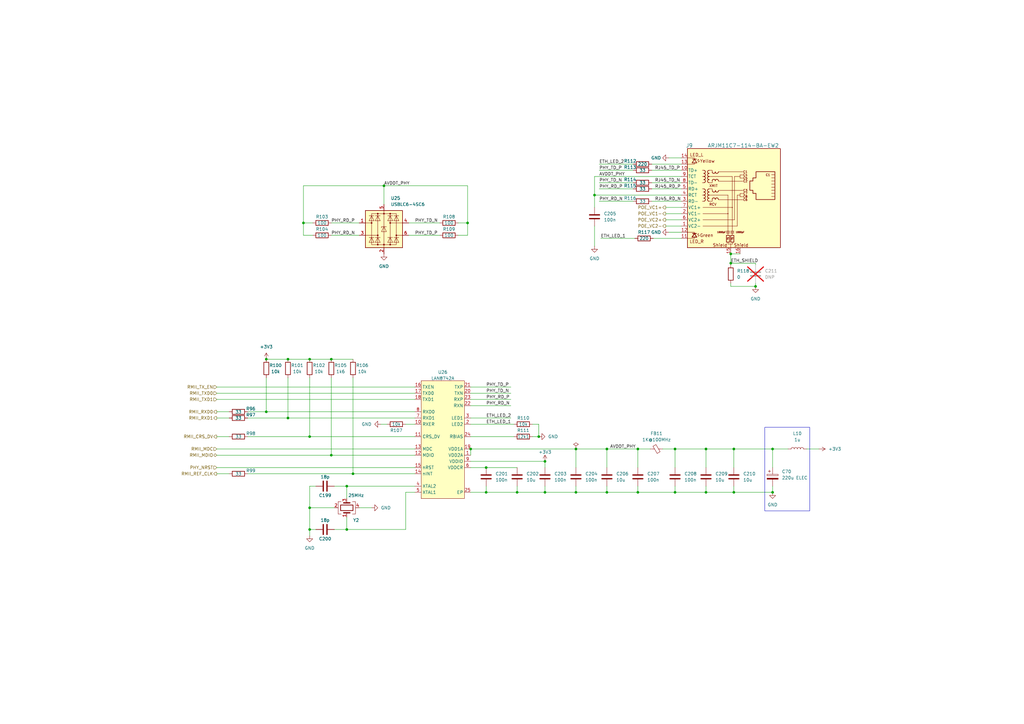
<source format=kicad_sch>
(kicad_sch (version 20230121) (generator eeschema)
  (paper "A3")
  (title_block (title "Ethernet") (date "2023-11-09") (rev "r0_3") (company "M-Labs Limited") (comment 1 "Linus Woo Chun Kit"))
  (lib_symbols
    (symbol "Device:C" (pin_numbers hide) (pin_names (offset 0.254))
      (property "Reference" "C" (at 0.635 2.54 0))
      (property "Value" "C" (at 0.635 -2.54 0))
      (symbol "C_0_1"
        (polyline (pts (xy -2.032 -0.762) (xy 2.032 -0.762)) (stroke (width 0.508)))
        (polyline (pts (xy -2.032 0.762) (xy 2.032 0.762)) (stroke (width 0.508)))
      )
      (symbol "C_1_1"
        (pin passive line (at 0 3.81 270) (length 2.794) (name "~") (number "1"))
        (pin passive line (at 0 -3.81 90) (length 2.794) (name "~") (number "2"))
      )
    )
    (symbol "Device:C_Polarized" (pin_numbers hide) (pin_names (offset 0.254))
      (property "Reference" "C" (at 0.635 2.54 0))
      (property "Value" "C_Polarized" (at 0.635 -2.54 0))
      (symbol "C_Polarized_0_1"
        (rectangle (start -2.286 0.508) (end 2.286 1.016))
        (polyline (pts (xy -1.778 2.286) (xy -0.762 2.286)))
        (polyline (pts (xy -1.27 2.794) (xy -1.27 1.778)))
        (rectangle (start 2.286 -0.508) (end -2.286 -1.016) (fill (type outline)))
      )
      (symbol "C_Polarized_1_1"
        (pin passive line (at 0 3.81 270) (length 2.794) (name "~") (number "1"))
        (pin passive line (at 0 -3.81 90) (length 2.794) (name "~") (number "2"))
      )
    )
    (symbol "Device:Crystal_GND24" (pin_names (offset 1.016) hide)
      (property "Reference" "Y" (at 3.175 5.08 0))
      (property "Value" "Crystal_GND24" (at 3.175 3.175 0))
      (symbol "Crystal_GND24_0_1"
        (rectangle (start -1.143 2.54) (end 1.143 -2.54) (stroke (width 0.3048)))
        (polyline (pts (xy -2.54 0) (xy -2.032 0)))
        (polyline (pts (xy -2.032 -1.27) (xy -2.032 1.27)) (stroke (width 0.508)))
        (polyline (pts (xy 0 -3.81) (xy 0 -3.556)))
        (polyline (pts (xy 0 3.556) (xy 0 3.81)))
        (polyline (pts (xy 2.032 -1.27) (xy 2.032 1.27)) (stroke (width 0.508)))
        (polyline (pts (xy 2.032 0) (xy 2.54 0)))
        (polyline (pts (xy -2.54 -2.286) (xy -2.54 -3.556) (xy 2.54 -3.556) (xy 2.54 -2.286)))
        (polyline (pts (xy -2.54 2.286) (xy -2.54 3.556) (xy 2.54 3.556) (xy 2.54 2.286)))
      )
      (symbol "Crystal_GND24_1_1"
        (pin passive line (at -3.81 0 0) (length 1.27) (name "1") (number "1"))
        (pin passive line (at 0 5.08 270) (length 1.27) (name "2") (number "2"))
        (pin passive line (at 3.81 0 180) (length 1.27) (name "3") (number "3"))
        (pin passive line (at 0 -5.08 90) (length 1.27) (name "4") (number "4"))
      )
    )
    (symbol "Device:FerriteBead_Small" (pin_numbers hide) (pin_names (offset 0))
      (property "Reference" "FB" (at 1.905 1.27 0))
      (property "Value" "FerriteBead_Small" (at 1.905 -1.27 0))
      (symbol "FerriteBead_Small_0_1"
        (polyline (pts (xy 0 -1.27) (xy 0 -0.7874)))
        (polyline (pts (xy 0 0.889) (xy 0 1.2954)))
        (polyline (pts (xy -1.8288 0.2794) (xy -1.1176 1.4986) (xy 1.8288 -0.2032) (xy 1.1176 -1.4224) (xy -1.8288 0.2794)))
      )
      (symbol "FerriteBead_Small_1_1"
        (pin passive line (at 0 2.54 270) (length 1.27) (name "~") (number "1"))
        (pin passive line (at 0 -2.54 90) (length 1.27) (name "~") (number "2"))
      )
    )
    (symbol "Device:L" (pin_numbers hide) (pin_names (offset 1.016) hide)
      (property "Reference" "L" (at -1.27 0 90))
      (property "Value" "L" (at 1.905 0 90))
      (symbol "L_0_1"
        (arc (start 0 -2.54) (mid 0.6323 -1.905) (end 0 -1.27))
        (arc (start 0 -1.27) (mid 0.6323 -0.635) (end 0 0))
        (arc (start 0 0) (mid 0.6323 0.635) (end 0 1.27))
        (arc (start 0 1.27) (mid 0.6323 1.905) (end 0 2.54))
      )
      (symbol "L_1_1"
        (pin passive line (at 0 3.81 270) (length 1.27) (name "1") (number "1"))
        (pin passive line (at 0 -3.81 90) (length 1.27) (name "2") (number "2"))
      )
    )
    (symbol "Device:R" (pin_numbers hide) (pin_names (offset 0))
      (property "Reference" "R" (at 2.032 0 90))
      (property "Value" "R" (at 0 0 90))
      (symbol "R_0_1"
        (rectangle (start -1.016 -2.54) (end 1.016 2.54) (stroke (width 0.254)))
      )
      (symbol "R_1_1"
        (pin passive line (at 0 3.81 270) (length 1.27) (name "~") (number "1"))
        (pin passive line (at 0 -3.81 90) (length 1.27) (name "~") (number "2"))
      )
    )
    (symbol "Power_Protection:USBLC6-4SC6" (pin_names hide)
      (property "Reference" "U" (at 2.54 8.89 0))
      (property "Value" "USBLC6-4SC6" (at 2.54 -8.89 0))
      (symbol "USBLC6-4SC6_0_1"
        (rectangle (start -7.62 -7.62) (end 7.62 7.62) (stroke (width 0.254)) (fill (type background)))
        (circle (center -5.08 2.54) (radius 0.254) (fill (type outline)))
        (circle (center -2.54 -6.35) (radius 0.254) (fill (type outline)))
        (circle (center -2.54 -2.54) (radius 0.254) (fill (type outline)))
        (circle (center -2.54 6.35) (radius 0.254) (fill (type outline)))
        (rectangle (start -2.54 6.35) (end 2.54 -6.35))
        (circle (center 0 -6.35) (radius 0.254) (fill (type outline)))
        (polyline (pts (xy -5.08 2.54) (xy -7.62 2.54)))
        (polyline (pts (xy -4.064 -3.429) (xy -6.096 -3.429)))
        (polyline (pts (xy -4.064 5.461) (xy -6.096 5.461)))
        (polyline (pts (xy -2.54 -2.54) (xy -7.62 -2.54)))
        (polyline (pts (xy -1.524 -3.429) (xy -3.556 -3.429)))
        (polyline (pts (xy -1.524 5.461) (xy -3.556 5.461)))
        (polyline (pts (xy 0 -7.62) (xy 0 -6.35)))
        (polyline (pts (xy 0 -6.35) (xy 0 1.27)))
        (polyline (pts (xy 0 1.27) (xy 0 6.35)))
        (polyline (pts (xy 0 6.35) (xy 0 7.62)))
        (polyline (pts (xy 1.524 -3.429) (xy 3.556 -3.429)))
        (polyline (pts (xy 1.524 5.461) (xy 3.556 5.461)))
        (polyline (pts (xy 2.54 2.54) (xy 7.62 2.54)))
        (polyline (pts (xy 4.064 -3.429) (xy 6.096 -3.429)))
        (polyline (pts (xy 4.064 5.461) (xy 6.096 5.461)))
        (polyline (pts (xy 5.08 -2.54) (xy 7.62 -2.54)))
        (polyline (pts (xy -6.096 -5.461) (xy -4.064 -5.461) (xy -5.08 -3.429) (xy -6.096 -5.461)))
        (polyline (pts (xy -6.096 3.429) (xy -4.064 3.429) (xy -5.08 5.461) (xy -6.096 3.429)))
        (polyline (pts (xy -3.556 -5.461) (xy -1.524 -5.461) (xy -2.54 -3.429) (xy -3.556 -5.461)))
        (polyline (pts (xy -3.556 3.429) (xy -1.524 3.429) (xy -2.54 5.461) (xy -3.556 3.429)))
        (polyline (pts (xy -2.54 6.35) (xy -5.08 6.35) (xy -5.08 -6.35) (xy -2.54 -6.35)))
        (polyline (pts (xy -1.016 -1.016) (xy 1.016 -1.016) (xy 0 1.016) (xy -1.016 -1.016)))
        (polyline (pts (xy 1.016 1.016) (xy 0.762 1.016) (xy -1.016 1.016) (xy -1.016 0.508)))
        (polyline (pts (xy 2.54 6.35) (xy 5.08 6.35) (xy 5.08 -6.35) (xy 2.54 -6.35)))
        (polyline (pts (xy 3.556 -5.461) (xy 1.524 -5.461) (xy 2.54 -3.429) (xy 3.556 -5.461)))
        (polyline (pts (xy 3.556 3.429) (xy 1.524 3.429) (xy 2.54 5.461) (xy 3.556 3.429)))
        (polyline (pts (xy 6.096 -5.461) (xy 4.064 -5.461) (xy 5.08 -3.429) (xy 6.096 -5.461)))
        (polyline (pts (xy 6.096 3.429) (xy 4.064 3.429) (xy 5.08 5.461) (xy 6.096 3.429)))
        (circle (center 0 6.35) (radius 0.254) (fill (type outline)))
        (circle (center 2.54 -6.35) (radius 0.254) (fill (type outline)))
        (circle (center 2.54 2.54) (radius 0.254) (fill (type outline)))
        (circle (center 2.54 6.35) (radius 0.254) (fill (type outline)))
        (circle (center 5.08 -2.54) (radius 0.254) (fill (type outline)))
      )
      (symbol "USBLC6-4SC6_1_1"
        (pin passive line (at -10.16 2.54 0) (length 2.54) (name "I/O1") (number "1"))
        (pin passive line (at 0 -10.16 90) (length 2.54) (name "GND") (number "2"))
        (pin passive line (at -10.16 -2.54 0) (length 2.54) (name "I/O2") (number "3"))
        (pin passive line (at 10.16 2.54 180) (length 2.54) (name "I/O3") (number "4"))
        (pin passive line (at 0 10.16 270) (length 2.54) (name "VBUS") (number "5"))
        (pin passive line (at 10.16 -2.54 180) (length 2.54) (name "I/O4") (number "6"))
      )
    )
    (symbol "kirdy:LAN8742A"
      (property "Reference" "U" (at 0 -30.48 0))
      (property "Value" "LAN8742A" (at 0 -27.94 0))
      (symbol "LAN8742A_0_0"
        (pin power_in line (at 10.16 -7.62 180) (length 2.54) (name "VDD2A") (number "1"))
        (pin bidirectional line (at -12.7 5.08 0) (length 2.54) (name "RXER") (number "10"))
        (pin output line (at -12.7 0 0) (length 2.54) (name "CRS_DV") (number "11"))
        (pin bidirectional line (at -12.7 -7.62 0) (length 2.54) (name "MDIO") (number "12"))
        (pin input line (at -12.7 -5.08 0) (length 2.54) (name "MDC") (number "13"))
        (pin output line (at -12.7 -15.24 0) (length 2.54) (name "nINT") (number "14"))
        (pin input line (at -12.7 -12.7 0) (length 2.54) (name "nRST") (number "15"))
        (pin input line (at -12.7 20.32 0) (length 2.54) (name "TXEN") (number "16"))
        (pin input line (at -12.7 17.78 0) (length 2.54) (name "TXD0") (number "17"))
        (pin input line (at -12.7 15.24 0) (length 2.54) (name "TXD1") (number "18"))
        (pin power_in line (at 10.16 -5.08 180) (length 2.54) (name "VDD1A") (number "19"))
        (pin output line (at 10.16 5.08 180) (length 2.54) (name "LED2") (number "2"))
        (pin bidirectional line (at 10.16 17.78 180) (length 2.54) (name "TXN") (number "20"))
        (pin bidirectional line (at 10.16 20.32 180) (length 2.54) (name "TXP") (number "21"))
        (pin bidirectional line (at 10.16 12.7 180) (length 2.54) (name "RXN") (number "22"))
        (pin bidirectional line (at 10.16 15.24 180) (length 2.54) (name "RXP") (number "23"))
        (pin passive line (at 10.16 0 180) (length 2.54) (name "RBIAS") (number "24"))
        (pin power_in line (at 10.16 -22.86 180) (length 2.54) (name "EP") (number "25"))
        (pin output line (at 10.16 7.62 180) (length 2.54) (name "LED1") (number "3"))
        (pin input line (at -12.7 -20.32 0) (length 2.54) (name "XTAL2") (number "4"))
        (pin input line (at -12.7 -22.86 0) (length 2.54) (name "XTAL1") (number "5"))
        (pin passive line (at 10.16 -12.7 180) (length 2.54) (name "VDDCR") (number "6"))
        (pin output line (at -12.7 7.62 0) (length 2.54) (name "RXD1") (number "7"))
        (pin output line (at -12.7 10.16 0) (length 2.54) (name "RXD0") (number "8"))
        (pin power_in line (at 10.16 -10.16 180) (length 2.54) (name "VDDIO") (number "9"))
      )
      (symbol "LAN8742A_0_1"
        (rectangle (start -10.16 22.86) (end 7.62 -25.4) (fill (type background)))
      )
    )
    (symbol "kirdy:RJ45_ARJM11C7-114-BA-EW2" (pin_names (offset 0.254))
      (property "Reference" "J" (at 1.27 1.27 0))
      (property "Value" "ARJM11C7-114-BA-EW2" (at 24.13 1.27 0))
      (property "MFR_PN" "ARJM11C7-114-BA-EW2" (at 0 0 0))
      (symbol "RJ45_ARJM11C7-114-BA-EW2_0_0"
        (polyline (pts (xy 17.272 -34.544) (xy 16.002 -34.544)) (stroke (width 0.254)))
        (polyline (pts (xy 17.272 -33.909) (xy 16.002 -33.909)) (stroke (width 0.254)))
        (polyline (pts (xy 19.05 -34.544) (xy 17.78 -34.544)) (stroke (width 0.254)))
        (polyline (pts (xy 19.05 -33.909) (xy 17.78 -33.909)) (stroke (width 0.254)))
        (polyline (pts (xy 0 -36.83) (xy 2.921 -36.83) (xy 2.921 -36.322)))
        (polyline (pts (xy 0 -6.35) (xy 2.921 -6.35) (xy 2.921 -5.842)))
        (polyline (pts (xy 2.921 -34.925) (xy 2.921 -34.29) (xy 0 -34.29)))
        (polyline (pts (xy 2.921 -4.445) (xy 2.921 -3.81) (xy 0 -3.81)))
        (polyline (pts (xy 16.637 -38.481) (xy 16.637 -39.116) (xy 18.542 -39.116) (xy 18.542 -38.481)))
        (text "C1" (at 23.749 -9.525 0) (effects (font (size 0.889 0.889))))
        (text "C1" (at 33.02 -10.795 0) (effects (font (size 0.889 0.889))))
        (text "C2" (at 23.749 -13.335 0) (effects (font (size 0.889 0.889))))
        (text "C3" (at 23.749 -17.145 0) (effects (font (size 0.889 0.889))))
        (text "C4" (at 23.749 -10.795 0) (effects (font (size 0.889 0.889))))
        (text "C5" (at 23.749 -12.065 0) (effects (font (size 0.889 0.889))))
        (text "C6" (at 23.749 -20.955 0) (effects (font (size 0.889 0.889))))
        (text "C7" (at 23.749 -18.415 0) (effects (font (size 0.889 0.889))))
        (text "C8" (at 23.749 -19.685 0) (effects (font (size 0.889 0.889))))
        (text "RCV" (at 8.89 -22.86 0) (effects (font (size 1.016 1.016)) (justify left)))
        (text "XMIT" (at 8.89 -15.24 0) (effects (font (size 1.016 1.016)) (justify left)))
      )
      (symbol "RJ45_ARJM11C7-114-BA-EW2_0_1"
        (polyline (pts (xy 6.35 -31.75) (xy 20.447 -31.75)))
        (polyline (pts (xy 6.35 -29.21) (xy 19.304 -29.21)))
        (polyline (pts (xy 6.35 -26.67) (xy 16.637 -26.67)))
        (polyline (pts (xy 6.35 -24.13) (xy 18.415 -24.13)))
        (polyline (pts (xy 6.7337 -21.59) (xy 6.0987 -21.59)))
        (polyline (pts (xy 6.7337 -19.05) (xy 6.0987 -19.05)))
        (polyline (pts (xy 6.7337 -16.51) (xy 6.0987 -16.51)))
        (polyline (pts (xy 6.7337 -13.97) (xy 6.0987 -13.97)))
        (polyline (pts (xy 6.7337 -11.43) (xy 6.0987 -11.43)))
        (polyline (pts (xy 6.7337 -8.89) (xy 6.0987 -8.89)))
        (polyline (pts (xy 12.7 -20.955) (xy 22.733 -20.955)))
        (polyline (pts (xy 12.7 -13.335) (xy 22.733 -13.335)))
        (polyline (pts (xy 12.7 -9.525) (xy 22.733 -9.525)))
        (polyline (pts (xy 12.827 -17.145) (xy 22.733 -17.145)))
        (polyline (pts (xy 16.637 -35.433) (xy 16.637 -34.671)))
        (polyline (pts (xy 16.637 -33.909) (xy 16.637 -19.05)))
        (polyline (pts (xy 16.637 -19.05) (xy 8.89 -19.05)))
        (polyline (pts (xy 18.415 -35.433) (xy 18.415 -34.671)))
        (polyline (pts (xy 18.415 -33.909) (xy 18.415 -11.43)))
        (polyline (pts (xy 18.415 -24.13) (xy 18.415 -24.13)))
        (polyline (pts (xy 18.415 -11.43) (xy 8.89 -11.43)))
        (polyline (pts (xy 19.304 -11.43) (xy 19.304 -29.21)))
        (polyline (pts (xy 20.447 -19.05) (xy 20.447 -31.75)))
        (polyline (pts (xy 21.59 -19.685) (xy 21.59 -18.415)))
        (polyline (pts (xy 21.59 -19.05) (xy 20.447 -19.05)))
        (polyline (pts (xy 21.59 -12.065) (xy 21.59 -10.795)))
        (polyline (pts (xy 21.59 -11.43) (xy 19.304 -11.43)))
        (polyline (pts (xy 22.733 -19.685) (xy 21.59 -19.685)))
        (polyline (pts (xy 22.733 -18.415) (xy 21.59 -18.415)))
        (polyline (pts (xy 22.733 -12.065) (xy 21.59 -12.065)))
        (polyline (pts (xy 22.733 -10.795) (xy 21.59 -10.795)))
        (polyline (pts (xy 34.4805 -19.6215) (xy 35.7505 -19.6215)))
        (polyline (pts (xy 34.4805 -18.3515) (xy 35.7505 -18.3515)))
        (polyline (pts (xy 34.4805 -10.7315) (xy 35.7505 -10.7315)))
        (polyline (pts (xy 35.7505 -17.0815) (xy 34.4805 -17.0815)))
        (polyline (pts (xy 35.7505 -15.8115) (xy 34.4805 -15.8115)))
        (polyline (pts (xy 35.7505 -14.5415) (xy 34.4805 -14.5415)))
        (polyline (pts (xy 35.7505 -13.2715) (xy 34.4805 -13.2715)))
        (polyline (pts (xy 35.7505 -12.0015) (xy 34.4805 -12.0015)))
        (polyline (pts (xy 8.89 -16.51) (xy 10.16 -16.51) (xy 10.16 -17.145)))
        (polyline (pts (xy 8.89 -8.89) (xy 10.16 -8.89) (xy 10.16 -9.525)))
        (polyline (pts (xy 10.16 -20.955) (xy 10.16 -21.59) (xy 8.89 -21.59)))
        (polyline (pts (xy 10.16 -13.335) (xy 10.16 -13.97) (xy 8.89 -13.97)))
        (rectangle (start 0 0) (end 38.1 -40.64) (stroke (width 0.254)) (fill (type background)))
        (circle (center 16.637 -26.67) (radius 0.127))
        (circle (center 18.415 -24.13) (radius 0.127))
      )
      (symbol "RJ45_ARJM11C7-114-BA-EW2_1_0"
        (text "1000pF" (at 13.97 -34.29 0) (effects (font (size 0.635 0.635))))
        (text "1000pF" (at 21.59 -34.29 0) (effects (font (size 0.635 0.635))))
      )
      (symbol "RJ45_ARJM11C7-114-BA-EW2_1_1"
        (polyline (pts (xy 3.6576 -34.798) (xy 2.1336 -34.798)) (stroke (width 0.254)))
        (polyline (pts (xy 3.683 -34.798) (xy 2.159 -34.798)) (stroke (width 0.254)))
        (polyline (pts (xy 3.683 -4.318) (xy 2.159 -4.318)) (stroke (width 0.254)))
        (polyline (pts (xy 4.5466 -34.925) (xy 4.5466 -35.179)))
        (polyline (pts (xy 4.572 -4.445) (xy 4.572 -4.699)))
        (polyline (pts (xy 4.8006 -35.56) (xy 4.8006 -35.814)))
        (polyline (pts (xy 4.826 -5.08) (xy 4.826 -5.334)))
        (polyline (pts (xy 17.8054 -40.64) (xy 17.8054 -39.116)))
        (polyline (pts (xy 4.0386 -35.433) (xy 4.5466 -34.925) (xy 4.2926 -34.925)))
        (polyline (pts (xy 4.064 -4.953) (xy 4.572 -4.445) (xy 4.318 -4.445)))
        (polyline (pts (xy 4.2926 -36.068) (xy 4.8006 -35.56) (xy 4.5466 -35.56)))
        (polyline (pts (xy 4.318 -5.588) (xy 4.826 -5.08) (xy 4.572 -5.08)))
        (polyline (pts (xy 3.7846 -36.322) (xy 1.8796 -36.322) (xy 2.8956 -34.798) (xy 3.7846 -36.322)) (stroke (width 0.254)))
        (polyline (pts (xy 3.81 -36.322) (xy 1.905 -36.322) (xy 2.921 -34.798) (xy 3.81 -36.322)) (stroke (width 0.254)))
        (polyline (pts (xy 3.81 -5.842) (xy 1.905 -5.842) (xy 2.921 -4.318) (xy 3.81 -5.842)) (stroke (width 0.254)))
        (polyline (pts (xy 35.8775 -9.4615) (xy 35.8775 -20.8915) (xy 28.1305 -20.8915) (xy 28.1305 -18.3515) (xy 26.8605 -18.3515) (xy 26.8605 -17.0815) (xy 25.5905 -17.0815) (xy 25.5905 -13.2715) (xy 26.8605 -13.2715) (xy 26.8605 -12.0015) (xy 28.1305 -12.0015) (xy 28.1305 -9.4615) (xy 35.8775 -9.4615)) (stroke (width 0.254)))
        (arc (start 6.7337 -17.78) (mid 7.366 -17.145) (end 6.7337 -16.51) (stroke (width 0.254)))
        (arc (start 6.7364 -21.59) (mid 7.3687 -20.955) (end 6.7364 -20.32) (stroke (width 0.254)))
        (arc (start 6.7364 -20.32) (mid 7.3687 -19.685) (end 6.7364 -19.05) (stroke (width 0.254)))
        (arc (start 6.7364 -19.05) (mid 7.3687 -18.415) (end 6.7364 -17.78) (stroke (width 0.254)))
        (arc (start 6.7364 -10.16) (mid 7.3687 -9.525) (end 6.7364 -8.89) (stroke (width 0.254)))
        (arc (start 6.7391 -13.97) (mid 7.3714 -13.335) (end 6.7391 -12.7) (stroke (width 0.254)))
        (arc (start 6.7391 -12.7) (mid 7.3714 -12.065) (end 6.7391 -11.43) (stroke (width 0.254)))
        (arc (start 6.7391 -11.43) (mid 7.3714 -10.795) (end 6.7391 -10.16) (stroke (width 0.254)))
        (arc (start 8.8846 -19.05) (mid 8.2523 -19.685) (end 8.8846 -20.32) (stroke (width 0.254)))
        (arc (start 8.8846 -17.78) (mid 8.2523 -18.415) (end 8.8846 -19.05) (stroke (width 0.254)))
        (arc (start 8.8846 -16.51) (mid 8.2523 -17.145) (end 8.8846 -17.78) (stroke (width 0.254)))
        (arc (start 8.8846 -11.43) (mid 8.2523 -12.065) (end 8.8846 -12.7) (stroke (width 0.254)))
        (arc (start 8.8846 -10.16) (mid 8.2523 -10.795) (end 8.8846 -11.43) (stroke (width 0.254)))
        (arc (start 8.8846 -8.89) (mid 8.2523 -9.525) (end 8.8846 -10.16) (stroke (width 0.254)))
        (arc (start 8.8873 -20.32) (mid 8.255 -20.955) (end 8.8873 -21.59) (stroke (width 0.254)))
        (arc (start 8.8873 -12.7) (mid 8.255 -13.335) (end 8.8873 -13.97) (stroke (width 0.254)))
        (arc (start 10.16 -9.5277) (mid 10.795 -10.16) (end 11.43 -9.5277) (stroke (width 0.254)))
        (arc (start 10.2235 -17.2112) (mid 10.8585 -17.8435) (end 11.4935 -17.2112) (stroke (width 0.254)))
        (arc (start 11.43 -20.8253) (mid 10.795 -20.193) (end 10.16 -20.8253) (stroke (width 0.254)))
        (arc (start 11.43 -13.2053) (mid 10.795 -12.573) (end 10.16 -13.2053) (stroke (width 0.254)))
        (arc (start 11.43 -9.525) (mid 12.065 -10.1573) (end 12.7 -9.525) (stroke (width 0.254)))
        (arc (start 11.4935 -17.2085) (mid 12.1285 -17.8408) (end 12.7635 -17.2085) (stroke (width 0.254)))
        (arc (start 12.7 -20.8226) (mid 12.065 -20.1903) (end 11.43 -20.8226) (stroke (width 0.254)))
        (arc (start 12.7 -13.2026) (mid 12.065 -12.5703) (end 11.43 -13.2026) (stroke (width 0.254)))
        (rectangle (start 16.002 -38.354) (end 17.272 -35.56) (stroke (width 0.254)))
        (rectangle (start 17.78 -38.354) (end 19.05 -35.56) (stroke (width 0.254)))
        (text "75" (at 16.637 -36.957 900) (effects (font (size 0.635 0.635))))
        (text "75" (at 18.415 -36.957 900) (effects (font (size 0.635 0.635))))
        (text "Green" (at 5.08 -35.56 0) (effects (font (size 1.27 1.27)) (justify left)))
        (text "LED_L" (at 3.81 -2.54 0) (effects (font (size 1.27 1.27))))
        (text "LED_R" (at 3.81 -38.1 0) (effects (font (size 1.27 1.27))))
        (text "Shield" (at 13.3858 -39.5986 0) (effects (font (size 1.27 1.27))))
        (text "Shield" (at 22.0218 -39.5986 0) (effects (font (size 1.27 1.27))))
        (text "Yellow" (at 5.08 -5.08 0) (effects (font (size 1.27 1.27)) (justify left)))
        (pin power_out line (at -2.54 -31.75 0) (length 2.54) (name "VC2-") (number "1"))
        (pin passive line (at -2.54 -8.89 0) (length 2.54) (name "TD+") (number "10"))
        (pin passive line (at -2.54 -36.83 0) (length 2.54) (name "") (number "11"))
        (pin passive line (at -2.54 -34.29 0) (length 2.54) (name "") (number "12"))
        (pin passive line (at -2.54 -6.35 0) (length 2.54) (name "") (number "13"))
        (pin passive line (at -2.54 -3.81 0) (length 2.54) (name "") (number "14"))
        (pin passive line (at 17.78 -43.18 90) (length 2.54) (name "") (number "15"))
        (pin passive line (at 21.59 -43.18 90) (length 2.54) (name "") (number "16"))
        (pin power_out line (at -2.54 -26.67 0) (length 2.54) (name "VC1-") (number "2"))
        (pin passive line (at -2.54 -21.59 0) (length 2.54) (name "RD-") (number "3"))
        (pin passive line (at -2.54 -19.05 0) (length 2.54) (name "RCT") (number "4"))
        (pin passive line (at -2.54 -16.51 0) (length 2.54) (name "RD+") (number "5"))
        (pin power_out line (at -2.54 -29.21 0) (length 2.54) (name "VC2+") (number "6"))
        (pin power_out line (at -2.54 -24.13 0) (length 2.54) (name "VC1+") (number "7"))
        (pin no_connect line (at 22.86 -13.97 180) (length 0) hide (name "NC") (number "8"))
        (pin passive line (at -2.54 -13.97 0) (length 2.54) (name "TD-") (number "8"))
        (pin passive line (at -2.54 -11.43 0) (length 2.54) (name "TCT") (number "9"))
      )
    )
    (symbol "power:+3V3" (power) (pin_names (offset 0))
      (property "Value" "+3V3" (at 0 3.556 0))
      (symbol "+3V3_0_1"
        (polyline (pts (xy -0.762 1.27) (xy 0 2.54)))
        (polyline (pts (xy 0 0) (xy 0 2.54)))
        (polyline (pts (xy 0 2.54) (xy 0.762 1.27)))
      )
      (symbol "+3V3_1_1"
        (pin power_in line (at 0 0 90) (length 0) hide (name "+3V3") (number "1"))
      )
    )
    (symbol "power:GND" (power) (pin_names (offset 0))
      (property "Value" "GND" (at 0 -3.81 0))
      (symbol "GND_0_1"
        (polyline (pts (xy 0 0) (xy 0 -1.27) (xy 1.27 -1.27) (xy 0 -2.54) (xy -1.27 -1.27) (xy 0 -1.27)))
      )
      (symbol "GND_1_1"
        (pin power_in line (at 0 0 270) (length 0) hide (name "GND") (number "1"))
      )
    )
    (symbol "power:PWR_FLAG" (power) (pin_numbers hide) (pin_names (offset 0) hide)
      (property "Value" "PWR_FLAG" (at 0 3.81 0))
      (symbol "PWR_FLAG_0_0"
        (pin power_out line (at 0 0 90) (length 0) (name "pwr") (number "1"))
      )
      (symbol "PWR_FLAG_0_1"
        (polyline (pts (xy 0 0) (xy 0 1.27) (xy -1.016 1.905) (xy 0 2.54) (xy 1.016 1.905) (xy 0 1.27)))
      )
    )
  )
  (junction (at 316.865 184.15))
  (junction (at 223.52 201.93))
  (junction (at 127 217.17))
  (junction (at 157.48 76.2))
  (junction (at 109.22 168.91))
  (junction (at 300.99 201.93))
  (junction (at 135.89 147.32))
  (junction (at 191.77 91.44))
  (junction (at 300.99 184.15))
  (junction (at 236.22 184.15))
  (junction (at 135.89 186.69))
  (junction (at 212.09 201.93))
  (junction (at 248.92 184.15))
  (junction (at 127 147.32))
  (junction (at 109.22 147.32))
  (junction (at 289.56 184.15))
  (junction (at 118.11 171.45))
  (junction (at 144.78 194.31))
  (junction (at 316.865 201.93))
  (junction (at 220.98 179.07))
  (junction (at 309.88 117.475))
  (junction (at 236.22 201.93))
  (junction (at 276.86 201.93))
  (junction (at 199.39 201.93))
  (junction (at 127 208.28))
  (junction (at 261.62 201.93))
  (junction (at 142.24 217.17))
  (junction (at 199.39 191.77))
  (junction (at 299.72 107.95))
  (junction (at 276.86 184.15))
  (junction (at 243.84 80.01))
  (junction (at 127 179.07))
  (junction (at 261.62 184.15))
  (junction (at 248.92 201.93))
  (junction (at 223.52 189.23))
  (junction (at 124.46 91.44))
  (junction (at 118.11 147.32))
  (junction (at 142.24 199.39))
  (junction (at 193.04 184.15))
  (junction (at 289.56 201.93))
  (junction (at 299.72 104.14))
  (wire (pts (xy 127 147.32) (xy 135.89 147.32)))
  (wire (pts (xy 289.56 184.15) (xy 300.99 184.15)))
  (wire (pts (xy 273.05 92.71) (xy 279.4 92.71)))
  (wire (pts (xy 276.86 184.15) (xy 289.56 184.15)))
  (wire (pts (xy 88.9 186.69) (xy 135.89 186.69)))
  (wire (pts (xy 212.09 199.39) (xy 212.09 201.93)))
  (wire (pts (xy 273.05 90.17) (xy 279.4 90.17)))
  (wire (pts (xy 246.38 97.79) (xy 260.35 97.79)))
  (wire (pts (xy 191.77 91.44) (xy 187.96 91.44)))
  (wire (pts (xy 124.46 76.2) (xy 157.48 76.2)))
  (wire (pts (xy 236.22 199.39) (xy 236.22 201.93)))
  (wire (pts (xy 245.745 77.47) (xy 259.715 77.47)))
  (wire (pts (xy 193.04 179.07) (xy 210.82 179.07)))
  (wire (pts (xy 220.98 173.99) (xy 220.98 179.07)))
  (wire (pts (xy 191.77 91.44) (xy 191.77 76.2)))
  (wire (pts (xy 193.04 166.37) (xy 209.55 166.37)))
  (wire (pts (xy 88.9 168.91) (xy 93.98 168.91)))
  (wire (pts (xy 191.77 96.52) (xy 187.96 96.52)))
  (wire (pts (xy 236.22 201.93) (xy 248.92 201.93)))
  (wire (pts (xy 245.745 69.85) (xy 259.715 69.85)))
  (wire (pts (xy 109.22 154.94) (xy 109.22 168.91)))
  (wire (pts (xy 88.9 171.45) (xy 93.98 171.45)))
  (wire (pts (xy 243.84 72.39) (xy 243.84 80.01)))
  (wire (pts (xy 245.745 82.55) (xy 259.715 82.55)))
  (wire (pts (xy 135.89 96.52) (xy 147.32 96.52)))
  (wire (pts (xy 127 154.94) (xy 127 179.07)))
  (wire (pts (xy 300.99 199.39) (xy 300.99 201.93)))
  (wire (pts (xy 330.835 184.15) (xy 335.915 184.15)))
  (wire (pts (xy 289.56 201.93) (xy 276.86 201.93)))
  (wire (pts (xy 127 208.28) (xy 137.16 208.28)))
  (wire (pts (xy 166.37 201.93) (xy 170.18 201.93)))
  (wire (pts (xy 273.05 85.09) (xy 279.4 85.09)))
  (wire (pts (xy 309.88 116.205) (xy 309.88 117.475)))
  (wire (pts (xy 137.16 217.17) (xy 142.24 217.17)))
  (wire (pts (xy 316.865 199.39) (xy 316.865 201.93)))
  (wire (pts (xy 267.97 97.79) (xy 279.4 97.79)))
  (wire (pts (xy 127 208.28) (xy 127 199.39)))
  (wire (pts (xy 316.865 184.15) (xy 316.865 191.77)))
  (wire (pts (xy 135.89 91.44) (xy 147.32 91.44)))
  (wire (pts (xy 199.39 191.77) (xy 212.09 191.77)))
  (wire (pts (xy 142.24 199.39) (xy 170.18 199.39)))
  (wire (pts (xy 144.78 194.31) (xy 170.18 194.31)))
  (wire (pts (xy 193.04 184.15) (xy 193.04 186.69)))
  (wire (pts (xy 147.32 208.28) (xy 152.4 208.28)))
  (wire (pts (xy 261.62 184.15) (xy 261.62 191.77)))
  (wire (pts (xy 199.39 201.93) (xy 212.09 201.93)))
  (wire (pts (xy 289.56 199.39) (xy 289.56 201.93)))
  (wire (pts (xy 223.52 201.93) (xy 236.22 201.93)))
  (wire (pts (xy 267.335 67.31) (xy 279.4 67.31)))
  (wire (pts (xy 118.11 171.45) (xy 170.18 171.45)))
  (wire (pts (xy 248.92 199.39) (xy 248.92 201.93)))
  (wire (pts (xy 88.9 194.31) (xy 93.98 194.31)))
  (wire (pts (xy 101.6 179.07) (xy 127 179.07)))
  (wire (pts (xy 218.44 179.07) (xy 220.98 179.07)))
  (wire (pts (xy 127 219.71) (xy 127 217.17)))
  (wire (pts (xy 261.62 201.93) (xy 261.62 199.39)))
  (wire (pts (xy 193.04 158.75) (xy 209.55 158.75)))
  (wire (pts (xy 261.62 184.15) (xy 266.7 184.15)))
  (wire (pts (xy 88.9 184.15) (xy 170.18 184.15)))
  (wire (pts (xy 223.52 199.39) (xy 223.52 201.93)))
  (wire (pts (xy 248.92 184.15) (xy 261.62 184.15)))
  (wire (pts (xy 193.04 184.15) (xy 236.22 184.15)))
  (wire (pts (xy 274.32 64.77) (xy 279.4 64.77)))
  (wire (pts (xy 144.78 154.94) (xy 144.78 194.31)))
  (wire (pts (xy 88.9 179.07) (xy 93.98 179.07)))
  (wire (pts (xy 193.04 191.77) (xy 199.39 191.77)))
  (wire (pts (xy 88.9 191.77) (xy 170.18 191.77)))
  (wire (pts (xy 157.48 76.2) (xy 191.77 76.2)))
  (wire (pts (xy 276.86 184.15) (xy 276.86 191.77)))
  (wire (pts (xy 88.9 158.75) (xy 170.18 158.75)))
  (wire (pts (xy 193.04 201.93) (xy 199.39 201.93)))
  (wire (pts (xy 166.37 173.99) (xy 170.18 173.99)))
  (wire (pts (xy 193.04 173.99) (xy 210.82 173.99)))
  (wire (pts (xy 127 217.17) (xy 129.54 217.17)))
  (wire (pts (xy 218.44 173.99) (xy 220.98 173.99)))
  (wire (pts (xy 289.56 184.15) (xy 289.56 191.77)))
  (wire (pts (xy 309.88 107.95) (xy 309.88 108.585)))
  (wire (pts (xy 167.64 91.44) (xy 180.34 91.44)))
  (wire (pts (xy 299.72 107.95) (xy 309.88 107.95)))
  (wire (pts (xy 274.32 95.25) (xy 279.4 95.25)))
  (wire (pts (xy 316.865 201.93) (xy 300.99 201.93)))
  (wire (pts (xy 243.84 100.965) (xy 243.84 92.71)))
  (wire (pts (xy 118.11 147.32) (xy 127 147.32)))
  (wire (pts (xy 167.64 96.52) (xy 180.34 96.52)))
  (wire (pts (xy 243.84 80.01) (xy 279.4 80.01)))
  (wire (pts (xy 127 199.39) (xy 129.54 199.39)))
  (wire (pts (xy 267.335 74.93) (xy 279.4 74.93)))
  (wire (pts (xy 124.46 91.44) (xy 124.46 96.52)))
  (wire (pts (xy 299.72 104.14) (xy 299.72 107.95)))
  (wire (pts (xy 109.22 168.91) (xy 170.18 168.91)))
  (wire (pts (xy 142.24 217.17) (xy 166.37 217.17)))
  (wire (pts (xy 299.72 104.14) (xy 303.53 104.14)))
  (wire (pts (xy 299.72 117.475) (xy 309.88 117.475)))
  (wire (pts (xy 191.77 91.44) (xy 191.77 96.52)))
  (wire (pts (xy 118.11 154.94) (xy 118.11 171.45)))
  (wire (pts (xy 300.99 201.93) (xy 289.56 201.93)))
  (wire (pts (xy 124.46 91.44) (xy 124.46 76.2)))
  (wire (pts (xy 273.05 87.63) (xy 279.4 87.63)))
  (wire (pts (xy 267.335 69.85) (xy 279.4 69.85)))
  (wire (pts (xy 276.86 199.39) (xy 276.86 201.93)))
  (wire (pts (xy 127 217.17) (xy 127 208.28)))
  (wire (pts (xy 243.84 72.39) (xy 279.4 72.39)))
  (wire (pts (xy 193.04 189.23) (xy 223.52 189.23)))
  (wire (pts (xy 135.89 186.69) (xy 170.18 186.69)))
  (wire (pts (xy 124.46 91.44) (xy 128.27 91.44)))
  (wire (pts (xy 142.24 204.47) (xy 142.24 199.39)))
  (wire (pts (xy 127 179.07) (xy 170.18 179.07)))
  (wire (pts (xy 243.84 80.01) (xy 243.84 85.09)))
  (wire (pts (xy 300.99 184.15) (xy 300.99 191.77)))
  (wire (pts (xy 236.22 184.15) (xy 236.22 191.77)))
  (wire (pts (xy 88.9 163.83) (xy 170.18 163.83)))
  (wire (pts (xy 245.745 74.93) (xy 259.715 74.93)))
  (wire (pts (xy 124.46 96.52) (xy 128.27 96.52)))
  (wire (pts (xy 276.86 201.93) (xy 261.62 201.93)))
  (wire (pts (xy 248.92 184.15) (xy 248.92 191.77)))
  (wire (pts (xy 135.89 147.32) (xy 144.78 147.32)))
  (wire (pts (xy 142.24 212.09) (xy 142.24 217.17)))
  (wire (pts (xy 300.99 184.15) (xy 316.865 184.15)))
  (wire (pts (xy 166.37 217.17) (xy 166.37 201.93)))
  (wire (pts (xy 193.04 171.45) (xy 209.55 171.45)))
  (wire (pts (xy 271.78 184.15) (xy 276.86 184.15)))
  (wire (pts (xy 316.865 184.15) (xy 323.215 184.15)))
  (wire (pts (xy 101.6 168.91) (xy 109.22 168.91)))
  (wire (pts (xy 101.6 171.45) (xy 118.11 171.45)))
  (wire (pts (xy 212.09 201.93) (xy 223.52 201.93)))
  (wire (pts (xy 299.72 116.205) (xy 299.72 117.475)))
  (wire (pts (xy 193.04 161.29) (xy 209.55 161.29)))
  (wire (pts (xy 236.22 184.15) (xy 248.92 184.15)))
  (wire (pts (xy 267.335 77.47) (xy 279.4 77.47)))
  (wire (pts (xy 193.04 163.83) (xy 209.55 163.83)))
  (wire (pts (xy 267.335 82.55) (xy 279.4 82.55)))
  (wire (pts (xy 245.745 67.31) (xy 259.715 67.31)))
  (wire (pts (xy 101.6 194.31) (xy 144.78 194.31)))
  (wire (pts (xy 137.16 199.39) (xy 142.24 199.39)))
  (wire (pts (xy 157.48 76.2) (xy 157.48 83.82)))
  (wire (pts (xy 248.92 201.93) (xy 261.62 201.93)))
  (wire (pts (xy 109.22 147.32) (xy 118.11 147.32)))
  (wire (pts (xy 299.72 107.95) (xy 299.72 108.585)))
  (wire (pts (xy 135.89 154.94) (xy 135.89 186.69)))
  (wire (pts (xy 223.52 189.23) (xy 223.52 191.77)))
  (wire (pts (xy 199.39 199.39) (xy 199.39 201.93)))
  (wire (pts (xy 156.21 173.99) (xy 158.75 173.99)))
  (wire (pts (xy 88.9 161.29) (xy 170.18 161.29)))
  (rectangle (start 313.69 175.26) (end 332.105 209.55))
  (label "PHY_TD_P" (at 199.39 158.75 0))
  (label "ETH_LED_2" (at 245.745 67.31 0))
  (label "RJ45_TD_P" (at 268.605 69.85 0))
  (label "PHY_RD_P" (at 245.745 77.47 0))
  (label "AVDDT_PHY" (at 157.48 76.2 0))
  (label "PHY_TD_P" (at 245.745 69.85 0))
  (label "PHY_TD_N" (at 199.39 161.29 0))
  (label "PHY_RD_P" (at 199.39 163.83 0))
  (label "PHY_TD_N" (at 170.18 91.44 0))
  (label "PHY_RD_N" (at 199.39 166.37 0))
  (label "ETH_LED_2" (at 199.39 171.45 0))
  (label "RJ45_TD_N" (at 268.605 74.93 0))
  (label "AVDDT_PHY" (at 245.745 72.39 0))
  (label "PHY_RD_N" (at 245.745 82.55 0))
  (label "PHY_TD_N" (at 245.745 74.93 0))
  (label "PHY_RD_P" (at 135.89 91.44 0))
  (label "AVDDT_PHY" (at 250.19 184.15 0))
  (label "ETH_LED_1" (at 246.38 97.79 0))
  (label "RJ45_RD_N" (at 268.605 82.55 0))
  (label "PHY_RD_N" (at 135.89 96.52 0))
  (label "ETH_LED_1" (at 199.39 173.99 0))
  (label "PHY_TD_P" (at 170.18 96.52 0))
  (label "ETH_SHIELD" (at 299.72 107.95 0))
  (label "RJ45_RD_P" (at 268.605 77.47 0))
  (hierarchical_label "RMII_MDC" (shape input) (at 88.9 184.15 180))
  (hierarchical_label "RMII_TXD1" (shape input) (at 88.9 163.83 180))
  (hierarchical_label "RMII_RXD1" (shape output) (at 88.9 171.45 180))
  (hierarchical_label "RMII_RXD0" (shape output) (at 88.9 168.91 180))
  (hierarchical_label "POE_VC1+" (shape output) (at 273.05 85.09 180))
  (hierarchical_label "RMII_CRS_DV" (shape output) (at 88.9 179.07 180))
  (hierarchical_label "RMII_MDIO" (shape bidirectional) (at 88.9 186.69 180))
  (hierarchical_label "RMII_REF_CLK" (shape output) (at 88.9 194.31 180))
  (hierarchical_label "POE_VC2+" (shape output) (at 273.05 90.17 180))
  (hierarchical_label "POE_VC2-" (shape output) (at 273.05 92.71 180))
  (hierarchical_label "RMII_TX_EN" (shape input) (at 88.9 158.75 180))
  (hierarchical_label "POE_VC1-" (shape output) (at 273.05 87.63 180))
  (hierarchical_label "PHY_NRST" (shape input) (at 88.9 191.77 180))
  (hierarchical_label "RMII_TXD0" (shape input) (at 88.9 161.29 180))
  (symbol (lib_id "power:GND") (at 274.32 64.77 270) (unit 1)
    (property "Reference" "#PWR0177" (effects hide))
    (property "Value" "GND" (at 271.145 64.77 90) (effects (justify right)))
  )
  (symbol (lib_id "Device:C") (at 199.39 195.58 0) (unit 1)
    (property "Reference" "C201" (at 203.2 194.3099 0) (effects (justify left)))
    (property "Value" "100n" (at 203.2 196.8499 0) (effects (justify left)))
    (property "Footprint" "Capacitor_SMD:C_0603_1608Metric" (effects hide))
    (property "MFR_PN" "CL10B104KB8NNWC" (effects hide))
    (property "MFR_PN_ALT" "CL10B104KB8NNNL" (effects hide))
  )
  (symbol (lib_id "Device:C") (at 212.09 195.58 0) (unit 1)
    (property "Reference" "C202" (at 215.9 194.3099 0) (effects (justify left)))
    (property "Value" "10u" (at 215.9 196.8499 0) (effects (justify left)))
    (property "Footprint" "Capacitor_SMD:C_0805_2012Metric" (effects hide))
    (property "MFR_PN" "CL21B106KOQNNNG" (effects hide))
    (property "MFR_PN_ALT" "CL21B106KOQNNNE" (effects hide))
  )
  (symbol (lib_id "Device:C") (at 236.22 195.58 0) (unit 1)
    (property "Reference" "C204" (at 240.03 194.3099 0) (effects (justify left)))
    (property "Value" "100n" (at 240.03 196.8499 0) (effects (justify left)))
    (property "Footprint" "Capacitor_SMD:C_0603_1608Metric" (effects hide))
    (property "MFR_PN" "CL10B104KB8NNWC" (effects hide))
    (property "MFR_PN_ALT" "CL10B104KB8NNNL" (effects hide))
  )
  (symbol (lib_id "power:GND") (at 127 219.71 0) (unit 1)
    (property "Reference" "#PWR0170" (effects hide))
    (property "Value" "GND" (at 127 224.79 0))
  )
  (symbol (lib_id "Device:R") (at 144.78 151.13 180) (unit 1)
    (property "Reference" "R106" (at 148.59 149.86 0))
    (property "Value" "10k" (at 148.59 152.4 0))
    (property "Footprint" "Resistor_SMD:R_0603_1608Metric" (effects hide))
    (property "MFR_PN" "RNCP0603FTD10K0" (effects hide))
    (property "MFR_PN_ALT" "RMCF0603FT10K0" (effects hide))
  )
  (symbol (lib_id "Device:R") (at 214.63 179.07 90) (unit 1)
    (property "Reference" "R111" (at 214.63 176.53 90))
    (property "Value" "12k1" (at 214.63 179.07 90))
    (property "Footprint" "Resistor_SMD:R_0603_1608Metric" (effects hide))
    (property "MFR_PN" "RNCP0603FTD12K1" (effects hide))
    (property "MFR_PN_ALT" "CR0603-FX-1212ELF" (effects hide))
  )
  (symbol (lib_id "Device:C") (at 243.84 88.9 0) (unit 1)
    (property "Reference" "C205" (at 247.65 87.6299 0) (effects (justify left)))
    (property "Value" "100n" (at 247.65 90.1699 0) (effects (justify left)))
    (property "Footprint" "Capacitor_SMD:C_0603_1608Metric" (effects hide))
    (property "MFR_PN" "CL10B104KB8NNWC" (effects hide))
    (property "MFR_PN_ALT" "CL10B104KB8NNNL" (effects hide))
  )
  (symbol (lib_id "Device:L") (at 327.025 184.15 90) (unit 1)
    (property "Reference" "L10" (at 327.025 177.8 90))
    (property "Value" "1u" (at 327.025 180.34 90))
    (property "Footprint" "Inductor_SMD:L_1008_2520Metric" (effects hide))
    (property "MFR_PN" "DFE252012F-1R0M=P2" (effects hide))
    (property "MFR_PN_ALT" "DFE252012P-1R0M=P2" (effects hide))
  )
  (symbol (lib_id "power:GND") (at 274.32 95.25 270) (unit 1)
    (property "Reference" "#PWR0178" (effects hide))
    (property "Value" "GND" (at 271.145 95.25 90) (effects (justify right)))
  )
  (symbol (lib_id "Device:R") (at 109.22 151.13 180) (unit 1)
    (property "Reference" "R100" (at 113.03 149.86 0))
    (property "Value" "10k" (at 113.03 152.4 0))
    (property "Footprint" "Resistor_SMD:R_0603_1608Metric" (effects hide))
    (property "MFR_PN" "RNCP0603FTD10K0" (effects hide))
    (property "MFR_PN_ALT" "RMCF0603FT10K0" (effects hide))
  )
  (symbol (lib_id "Device:R") (at 162.56 173.99 90) (unit 1)
    (property "Reference" "R107" (at 162.56 176.53 90))
    (property "Value" "10k" (at 162.56 173.99 90))
    (property "Footprint" "Resistor_SMD:R_0603_1608Metric" (effects hide))
    (property "MFR_PN" "RNCP0603FTD10K0" (effects hide))
    (property "MFR_PN_ALT" "RMCF0603FT10K0" (effects hide))
  )
  (symbol (lib_id "Device:R") (at 97.79 194.31 90) (unit 1)
    (property "Reference" "R99" (at 102.87 193.04 90))
    (property "Value" "33" (at 97.79 194.31 90))
    (property "Footprint" "Resistor_SMD:R_0603_1608Metric" (effects hide))
    (property "MFR_PN" "RC0603FR-0733RL" (effects hide))
    (property "MFR_PN_ALT" "CRGCQ0603F33R" (effects hide))
  )
  (symbol (lib_id "power:+3V3") (at 109.22 147.32 0) (unit 1)
    (property "Reference" "#PWR0169" (effects hide))
    (property "Value" "+3V3" (at 109.22 142.24 0))
  )
  (symbol (lib_id "Device:R") (at 132.08 91.44 90) (unit 1)
    (property "Reference" "R103" (at 132.08 88.9 90))
    (property "Value" "100" (at 132.08 91.44 90))
    (property "Footprint" "Resistor_SMD:R_0603_1608Metric" (effects hide))
    (property "MFR_PN" "WR06X1000FTL" (effects hide))
    (property "MFR_PN_ALT" "RMCF0603FT100R" (effects hide))
  )
  (symbol (lib_id "power:GND") (at 156.21 173.99 270) (unit 1)
    (property "Reference" "#PWR0172" (effects hide))
    (property "Value" "GND" (at 152.4 173.9899 90) (effects (justify right)))
  )
  (symbol (lib_id "power:+3V3") (at 223.52 189.23 0) (unit 1)
    (property "Reference" "#PWR0175" (effects hide))
    (property "Value" "+3V3" (at 223.52 185.42 0))
  )
  (symbol (lib_id "power:+3V3") (at 335.915 184.15 270) (unit 1)
    (property "Reference" "#PWR0181" (effects hide))
    (property "Value" "+3V3" (at 339.725 184.1499 90) (effects (justify left)))
  )
  (symbol (lib_id "Device:R") (at 184.15 96.52 90) (unit 1)
    (property "Reference" "R109" (at 184.15 93.98 90))
    (property "Value" "100" (at 184.15 96.52 90))
    (property "Footprint" "Resistor_SMD:R_0603_1608Metric" (effects hide))
    (property "MFR_PN" "WR06X1000FTL" (effects hide))
    (property "MFR_PN_ALT" "RMCF0603FT100R" (effects hide))
  )
  (symbol (lib_id "kirdy:LAN8742A") (at 182.88 179.07 0) (unit 1)
    (property "Reference" "U26" (at 181.61 152.6372 0))
    (property "Value" "LAN8742A" (at 181.61 155.1741 0))
    (property "Footprint" "Package_DFN_QFN:QFN-24-1EP_4x4mm_P0.5mm_EP2.6x2.6mm" (effects hide))
    (property "Datasheet" "https://ww1.microchip.com/downloads/en/DeviceDoc/8742a.pdf" (effects hide))
    (property "MFR_PN" "LAN8742A-CZ" (effects hide))
    (property "MFR_PN_ALT" "LAN8742AI-CZ" (effects hide))
  )
  (symbol (lib_id "Device:R") (at 97.79 171.45 90) (unit 1)
    (property "Reference" "R97" (at 102.87 170.18 90))
    (property "Value" "33" (at 97.79 171.45 90))
    (property "Footprint" "Resistor_SMD:R_0603_1608Metric" (effects hide))
    (property "MFR_PN" "RC0603FR-0733RL" (effects hide))
    (property "MFR_PN_ALT" "CRGCQ0603F33R" (effects hide))
  )
  (symbol (lib_id "power:PWR_FLAG") (at 236.22 184.15 0) (unit 1)
    (property "Reference" "#FLG028" (effects hide))
    (property "Value" "PWR_FLAG" (effects hide))
  )
  (symbol (lib_id "Device:R") (at 263.525 82.55 90) (unit 1)
    (property "Reference" "R116" (at 258.445 81.28 90))
    (property "Value" "33" (at 263.525 82.55 90))
    (property "Footprint" "Resistor_SMD:R_0603_1608Metric" (effects hide))
    (property "MFR_PN" "RC0603FR-0733RL" (effects hide))
    (property "MFR_PN_ALT" "CRGCQ0603F33R" (effects hide))
  )
  (symbol (lib_id "Device:R") (at 97.79 168.91 90) (unit 1)
    (property "Reference" "R96" (at 102.87 167.64 90))
    (property "Value" "33" (at 97.79 168.91 90))
    (property "Footprint" "Resistor_SMD:R_0603_1608Metric" (effects hide))
    (property "MFR_PN" "RC0603FR-0733RL" (effects hide))
    (property "MFR_PN_ALT" "CRGCQ0603F33R" (effects hide))
  )
  (symbol (lib_id "power:GND") (at 309.88 117.475 0) (unit 1)
    (property "Reference" "#PWR0179" (effects hide))
    (property "Value" "GND" (at 309.88 122.555 0))
  )
  (symbol (lib_id "power:GND") (at 220.98 179.07 90) (unit 1)
    (property "Reference" "#PWR0174" (effects hide))
    (property "Value" "GND" (at 224.79 179.0699 90) (effects (justify right)))
  )
  (symbol (lib_id "Device:Crystal_GND24") (at 142.24 208.28 90) (unit 1)
    (property "Reference" "Y2" (at 146.05 213.36 90))
    (property "Value" "25MHz" (at 146.05 203.2 90))
    (property "Footprint" "Crystal:Crystal_SMD_2016-4Pin_2.0x1.6mm" (effects hide))
    (property "MFR_PN" "FA-128 25.0000MF10Z-AC3" (effects hide))
  )
  (symbol (lib_id "Power_Protection:USBLC6-4SC6") (at 157.48 93.98 0) (unit 1)
    (property "Reference" "U25" (at 160.2487 81.28 0) (effects (justify left)))
    (property "Value" "USBLC6-4SC6" (at 160.2487 83.82 0) (effects (justify left)))
    (property "Footprint" "Package_TO_SOT_SMD:SOT-23-6" (effects hide))
    (property "Datasheet" "https://www.st.com/resource/en/datasheet/usblc6-4.pdf" (effects hide))
    (property "MFR_PN" "USBLC6-4SC6Y" (effects hide))
    (property "MFR_PN_ALT" "USBLC6-4SC6" (effects hide))
  )
  (symbol (lib_id "power:GND") (at 316.865 201.93 0) (unit 1)
    (property "Reference" "#PWR0180" (effects hide))
    (property "Value" "GND" (at 316.865 207.01 0))
  )
  (symbol (lib_id "Device:C") (at 276.86 195.58 0) (unit 1)
    (property "Reference" "C208" (at 280.67 194.3099 0) (effects (justify left)))
    (property "Value" "100n" (at 280.67 196.8499 0) (effects (justify left)))
    (property "Footprint" "Capacitor_SMD:C_0603_1608Metric" (effects hide))
    (property "MFR_PN" "CL10B104KB8NNWC" (effects hide))
    (property "MFR_PN_ALT" "CL10B104KB8NNNL" (effects hide))
  )
  (symbol (lib_id "power:GND") (at 152.4 208.28 90) (unit 1)
    (property "Reference" "#PWR0171" (effects hide))
    (property "Value" "GND" (at 156.21 208.2799 90) (effects (justify right)))
  )
  (symbol (lib_id "Device:R") (at 135.89 151.13 180) (unit 1)
    (property "Reference" "R105" (at 139.7 149.86 0))
    (property "Value" "1k6" (at 139.7 152.4 0))
    (property "Footprint" "Resistor_SMD:R_0603_1608Metric" (effects hide))
    (property "MFR_PN" "RT0603FRE071K6L" (effects hide))
    (property "MFR_PN_ALT" "RMCF0603FT1K60" (effects hide))
  )
  (symbol (lib_id "Device:C") (at 248.92 195.58 0) (unit 1)
    (property "Reference" "C206" (at 252.73 194.3099 0) (effects (justify left)))
    (property "Value" "10u" (at 252.73 196.8499 0) (effects (justify left)))
    (property "Footprint" "Capacitor_SMD:C_0805_2012Metric" (effects hide))
    (property "MFR_PN" "CL21B106KOQNNNG" (effects hide))
    (property "MFR_PN_ALT" "CL21B106KOQNNNE" (effects hide))
  )
  (symbol (lib_id "Device:R") (at 299.72 112.395 0) (unit 1)
    (property "Reference" "R118" (at 302.26 111.1249 0) (effects (justify left)))
    (property "Value" "0" (at 302.26 113.6649 0) (effects (justify left)))
    (property "Footprint" "Resistor_SMD:R_0603_1608Metric" (effects hide))
    (property "MFR_PN" "RMCF0603ZT0R00" (effects hide))
    (property "MFR_PN_ALT" "CR0603-J/-000ELF" (effects hide))
  )
  (symbol (lib_id "Device:C") (at 300.99 195.58 0) (unit 1)
    (property "Reference" "C210" (at 304.8 194.3099 0) (effects (justify left)))
    (property "Value" "10u" (at 304.8 196.8499 0) (effects (justify left)))
    (property "Footprint" "Capacitor_SMD:C_0805_2012Metric" (effects hide))
    (property "MFR_PN" "CL21B106KOQNNNG" (effects hide))
    (property "MFR_PN_ALT" "CL21B106KOQNNNE" (effects hide))
  )
  (symbol (lib_id "Device:R") (at 264.16 97.79 90) (unit 1)
    (property "Reference" "R117" (at 264.16 95.25 90))
    (property "Value" "220" (at 264.16 97.79 90))
    (property "Footprint" "Resistor_SMD:R_0603_1608Metric" (effects hide))
    (property "MFR_PN" "WR06X2200FTL" (effects hide))
    (property "MFR_PN_ALT" "CRGCQ0603F220R" (effects hide))
  )
  (symbol (lib_id "kirdy:RJ45_ARJM11C7-114-BA-EW2") (at 281.94 60.96 0) (unit 1)
    (property "Reference" "J9" (at 281.305 59.69 0) (effects (font (size 1.524 1.524)) (justify left)))
    (property "Value" "ARJM11C7-114-BA-EW2" (at 290.195 59.69 0) (effects (font (size 1.524 1.524)) (justify left)))
    (property "Footprint" "kirdy:ARJM11C7-114-BA-EW2_ABR" (effects hide))
    (property "Datasheet" "ARJM11C7-114-BA-EW2" (effects hide))
    (property "MFR_PN" "ARJM11C7-114-BA-EW2" (effects hide))
  )
  (symbol (lib_id "Device:R") (at 118.11 151.13 180) (unit 1)
    (property "Reference" "R101" (at 121.92 149.86 0))
    (property "Value" "10k" (at 121.92 152.4 0))
    (property "Footprint" "Resistor_SMD:R_0603_1608Metric" (effects hide))
    (property "MFR_PN" "RNCP0603FTD10K0" (effects hide))
    (property "MFR_PN_ALT" "RMCF0603FT10K0" (effects hide))
  )
  (symbol (lib_id "Device:R") (at 127 151.13 180) (unit 1)
    (property "Reference" "R102" (at 130.81 149.86 0))
    (property "Value" "10k" (at 130.81 152.4 0))
    (property "Footprint" "Resistor_SMD:R_0603_1608Metric" (effects hide))
    (property "MFR_PN" "RNCP0603FTD10K0" (effects hide))
    (property "MFR_PN_ALT" "RMCF0603FT10K0" (effects hide))
  )
  (symbol (lib_id "Device:R") (at 214.63 173.99 90) (unit 1)
    (property "Reference" "R110" (at 214.63 171.45 90))
    (property "Value" "10k" (at 214.63 173.99 90))
    (property "Footprint" "Resistor_SMD:R_0603_1608Metric" (effects hide))
    (property "MFR_PN" "RNCP0603FTD10K0" (effects hide))
    (property "MFR_PN_ALT" "RMCF0603FT10K0" (effects hide))
  )
  (symbol (lib_id "Device:R") (at 263.525 67.31 90) (unit 1)
    (property "Reference" "R112" (at 258.445 66.04 90))
    (property "Value" "220" (at 263.525 67.31 90))
    (property "Footprint" "Resistor_SMD:R_0603_1608Metric" (effects hide))
    (property "MFR_PN" "WR06X2200FTL" (effects hide))
    (property "MFR_PN_ALT" "CRGCQ0603F220R" (effects hide))
  )
  (symbol (lib_id "Device:R") (at 184.15 91.44 90) (unit 1)
    (property "Reference" "R108" (at 184.15 88.9 90))
    (property "Value" "100" (at 184.15 91.44 90))
    (property "Footprint" "Resistor_SMD:R_0603_1608Metric" (effects hide))
    (property "MFR_PN" "WR06X1000FTL" (effects hide))
    (property "MFR_PN_ALT" "RMCF0603FT100R" (effects hide))
  )
  (symbol (lib_id "Device:C") (at 133.35 217.17 90) (unit 1)
    (property "Reference" "C200" (at 133.35 220.98 90))
    (property "Value" "18p" (at 133.35 213.36 90))
    (property "Footprint" "Capacitor_SMD:C_0603_1608Metric" (effects hide))
    (property "MFR_PN" "0603N180J500CT" (effects hide))
    (property "MFR_PN_ALT" "CC0603JPNPO9BN180" (effects hide))
  )
  (symbol (lib_id "Device:C") (at 309.88 112.395 0) (unit 1) (dnp yes)
    (property "Reference" "C211" (at 313.69 111.1249 0) (effects (justify left)))
    (property "Value" "DNP" (at 313.69 113.6649 0) (effects (justify left)))
    (property "Footprint" "Capacitor_SMD:C_1206_3216Metric" (effects hide))
    (property "MFR_PN" "12067C472KAT2A" (effects hide))
    (property "MFR_PN_ALT" "1206B472K501NT" (effects hide))
  )
  (symbol (lib_id "Device:C_Polarized") (at 316.865 195.58 0) (unit 1)
    (property "Reference" "C70" (at 320.675 193.421 0) (effects (justify left)))
    (property "Value" "220u ELEC" (at 320.675 195.961 0) (effects (justify left)))
    (property "Footprint" "kirdy:Cap_Elec_SMD_865080345012" (effects hide))
    (property "MFR_PN" "865080345012" (effects hide))
    (instances (project "kirdy" (path "" (reference "C70") (unit 1)) (path "" (reference "C73") (unit 1))))
  )
  (symbol (lib_id "power:GND") (at 157.48 104.14 0) (unit 1)
    (property "Reference" "#PWR0173" (effects hide))
    (property "Value" "GND" (at 157.48 109.22 0))
  )
  (symbol (lib_id "Device:C") (at 133.35 199.39 90) (unit 1)
    (property "Reference" "C199" (at 133.35 203.2 90))
    (property "Value" "18p" (at 133.35 195.58 90))
    (property "Footprint" "Capacitor_SMD:C_0603_1608Metric" (effects hide))
    (property "MFR_PN" "0603N180J500CT" (effects hide))
    (property "MFR_PN_ALT" "CC0603JPNPO9BN180" (effects hide))
  )
  (symbol (lib_id "Device:R") (at 263.525 69.85 90) (unit 1)
    (property "Reference" "R113" (at 258.445 68.58 90))
    (property "Value" "33" (at 263.525 69.85 90))
    (property "Footprint" "Resistor_SMD:R_0603_1608Metric" (effects hide))
    (property "MFR_PN" "RC0603FR-0733RL" (effects hide))
    (property "MFR_PN_ALT" "CRGCQ0603F33R" (effects hide))
  )
  (symbol (lib_id "Device:C") (at 223.52 195.58 0) (unit 1)
    (property "Reference" "C203" (at 227.33 194.3099 0) (effects (justify left)))
    (property "Value" "100n" (at 227.33 196.8499 0) (effects (justify left)))
    (property "Footprint" "Capacitor_SMD:C_0603_1608Metric" (effects hide))
    (property "MFR_PN" "CL10B104KB8NNWC" (effects hide))
    (property "MFR_PN_ALT" "CL10B104KB8NNNL" (effects hide))
  )
  (symbol (lib_id "Device:FerriteBead_Small") (at 269.24 184.15 270) (mirror x) (unit 1)
    (property "Reference" "FB11" (at 269.2781 177.8 90))
    (property "Value" "1K@100MHz" (at 269.2781 180.34 90))
    (property "Footprint" "Inductor_SMD:L_1210_3225Metric" (effects hide))
    (property "MFR_PN" "FBMH3225HM102NT" (effects hide))
    (property "MFR_PN_ALT" "FBMH3225HM102NTV" (effects hide))
  )
  (symbol (lib_id "Device:R") (at 263.525 74.93 90) (unit 1)
    (property "Reference" "R114" (at 258.445 73.66 90))
    (property "Value" "33" (at 263.525 74.93 90))
    (property "Footprint" "Resistor_SMD:R_0603_1608Metric" (effects hide))
    (property "MFR_PN" "RC0603FR-0733RL" (effects hide))
    (property "MFR_PN_ALT" "CRGCQ0603F33R" (effects hide))
  )
  (symbol (lib_id "Device:C") (at 289.56 195.58 0) (unit 1)
    (property "Reference" "C209" (at 293.37 194.3099 0) (effects (justify left)))
    (property "Value" "10u" (at 293.37 196.8499 0) (effects (justify left)))
    (property "Footprint" "Capacitor_SMD:C_0805_2012Metric" (effects hide))
    (property "MFR_PN" "CL21B106KOQNNNG" (effects hide))
    (property "MFR_PN_ALT" "CL21B106KOQNNNE" (effects hide))
  )
  (symbol (lib_id "Device:R") (at 97.79 179.07 90) (unit 1)
    (property "Reference" "R98" (at 102.87 177.8 90))
    (property "Value" "33" (at 97.79 179.07 90))
    (property "Footprint" "Resistor_SMD:R_0603_1608Metric" (effects hide))
    (property "MFR_PN" "RC0603FR-0733RL" (effects hide))
    (property "MFR_PN_ALT" "CRGCQ0603F33R" (effects hide))
  )
  (symbol (lib_id "power:GND") (at 243.84 100.965 0) (unit 1)
    (property "Reference" "#PWR0176" (effects hide))
    (property "Value" "GND" (at 243.84 106.045 0))
  )
  (symbol (lib_id "Device:R") (at 263.525 77.47 90) (unit 1)
    (property "Reference" "R115" (at 258.445 76.2 90))
    (property "Value" "33" (at 263.525 77.47 90))
    (property "Footprint" "Resistor_SMD:R_0603_1608Metric" (effects hide))
    (property "MFR_PN" "RC0603FR-0733RL" (effects hide))
    (property "MFR_PN_ALT" "CRGCQ0603F33R" (effects hide))
  )
  (symbol (lib_id "Device:R") (at 132.08 96.52 90) (unit 1)
    (property "Reference" "R104" (at 132.08 93.98 90))
    (property "Value" "100" (at 132.08 96.52 90))
    (property "Footprint" "Resistor_SMD:R_0603_1608Metric" (effects hide))
    (property "MFR_PN" "WR06X1000FTL" (effects hide))
    (property "MFR_PN_ALT" "RMCF0603FT100R" (effects hide))
  )
  (symbol (lib_id "Device:C") (at 261.62 195.58 0) (unit 1)
    (property "Reference" "C207" (at 265.43 194.3099 0) (effects (justify left)))
    (property "Value" "100n" (at 265.43 196.8499 0) (effects (justify left)))
    (property "Footprint" "Capacitor_SMD:C_0603_1608Metric" (effects hide))
    (property "MFR_PN" "CL10B104KB8NNWC" (effects hide))
    (property "MFR_PN_ALT" "CL10B104KB8NNNL" (effects hide))
  )
)
</source>
